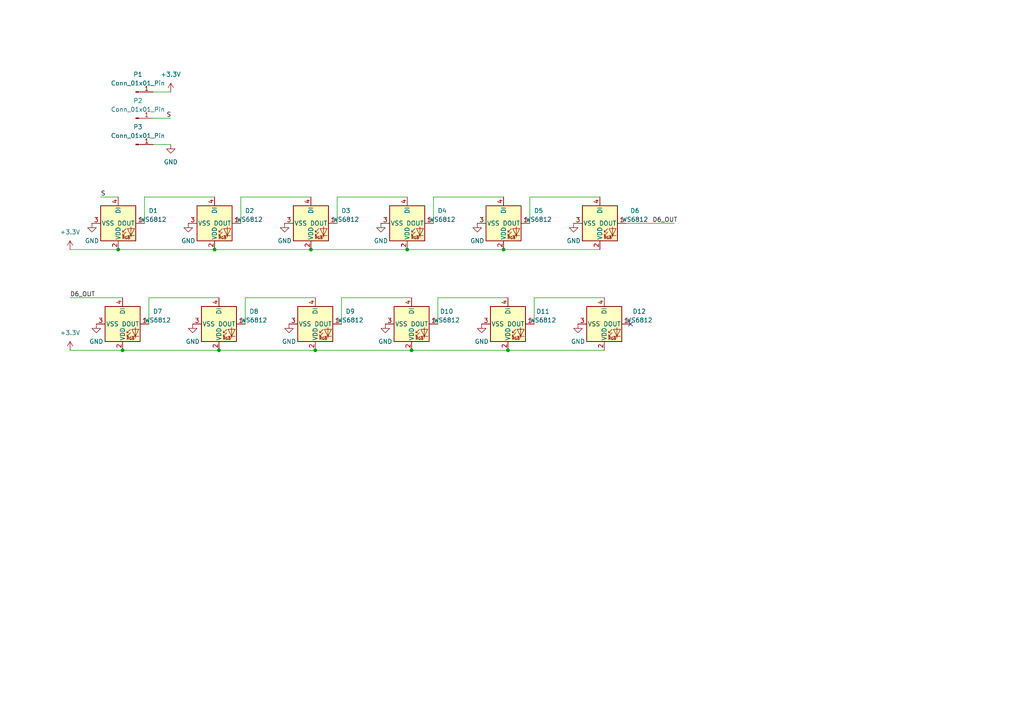
<source format=kicad_sch>
(kicad_sch (version 20230121) (generator eeschema)
  (paper "A4")
  (lib_symbols
    (symbol "Connector:Conn_01x01_Pin" (pin_names (offset 1.016) hide)
      (property "Reference" "J" (at 0 2.54 0))
      (property "Value" "Conn_01x01_Pin" (at 0 -2.54 0))
      (symbol "Conn_01x01_Pin_1_1"
        (polyline (pts (xy 1.27 0) (xy 0.8636 0)) (stroke (width 0.1524)))
        (rectangle (start 0.8636 0.127) (end 0 -0.127) (stroke (width 0.1524)) (fill (type outline)))
        (pin passive line (at 5.08 0 180) (length 3.81) (name "Pin_1") (number "1"))
      )
    )
    (symbol "LED:SK6805" (pin_names (offset 0.254))
      (property "Reference" "D?" (at 10.16 3.6479 0))
      (property "Value" "SK6805" (at 10.16 1.1079 0))
      (symbol "SK6805_0_0"
        (text "RGB" (at 2.286 -4.191 0) (effects (font (size 0.762 0.762))))
      )
      (symbol "SK6805_0_1"
        (polyline (pts (xy 1.27 -3.556) (xy 1.778 -3.556)))
        (polyline (pts (xy 1.27 -2.54) (xy 1.778 -2.54)))
        (polyline (pts (xy 4.699 -3.556) (xy 2.667 -3.556)))
        (polyline (pts (xy 2.286 -2.54) (xy 1.27 -3.556) (xy 1.27 -3.048)))
        (polyline (pts (xy 2.286 -1.524) (xy 1.27 -2.54) (xy 1.27 -2.032)))
        (polyline (pts (xy 3.683 -1.016) (xy 3.683 -3.556) (xy 3.683 -4.064)))
        (polyline (pts (xy 4.699 -1.524) (xy 2.667 -1.524) (xy 3.683 -3.556) (xy 4.699 -1.524)))
        (rectangle (start 5.08 5.08) (end -5.08 -5.08) (stroke (width 0.254)) (fill (type background)))
      )
      (symbol "SK6805_1_1"
        (pin output line (at 7.62 0 180) (length 2.54) (name "DOUT") (number "1"))
        (pin power_in line (at 0 -7.62 90) (length 2.54) (name "VDD") (number "2"))
        (pin power_in line (at -7.62 0 0) (length 2.54) (name "VSS") (number "3"))
        (pin input line (at 0 7.62 270) (length 2.54) (name "DI") (number "4"))
      )
    )
    (symbol "power:+3.3V" (power) (pin_names (offset 0))
      (property "Value" "+3.3V" (at 0 3.556 0))
      (symbol "+3.3V_0_1"
        (polyline (pts (xy -0.762 1.27) (xy 0 2.54)))
        (polyline (pts (xy 0 0) (xy 0 2.54)))
        (polyline (pts (xy 0 2.54) (xy 0.762 1.27)))
      )
      (symbol "+3.3V_1_1"
        (pin power_in line (at 0 0 90) (length 0) hide (name "+3.3V") (number "1"))
      )
    )
    (symbol "power:GND" (power) (pin_names (offset 0))
      (property "Value" "GND" (at 0 -3.81 0))
      (symbol "GND_0_1"
        (polyline (pts (xy 0 0) (xy 0 -1.27) (xy 1.27 -1.27) (xy 0 -2.54) (xy -1.27 -1.27) (xy 0 -1.27)))
      )
      (symbol "GND_1_1"
        (pin power_in line (at 0 0 270) (length 0) hide (name "GND") (number "1"))
      )
    )
  )
  (junction (at 90.17 72.39))
  (junction (at 34.29 72.39))
  (junction (at 146.05 72.39))
  (junction (at 119.38 101.6))
  (junction (at 147.32 101.6))
  (junction (at 63.5 101.6))
  (junction (at 118.11 72.39))
  (junction (at 62.23 72.39))
  (junction (at 35.56 101.6))
  (junction (at 91.44 101.6))
  (no_connect (at 182.88 93.98))
  (wire (pts (xy 69.85 64.77) (xy 69.85 57.15)))
  (wire (pts (xy 127 86.36) (xy 147.32 86.36)))
  (wire (pts (xy 43.18 86.36) (xy 63.5 86.36)))
  (wire (pts (xy 154.94 86.36) (xy 175.26 86.36)))
  (wire (pts (xy 34.29 72.39) (xy 62.23 72.39)))
  (wire (pts (xy 147.32 101.6) (xy 175.26 101.6)))
  (wire (pts (xy 118.11 72.39) (xy 146.05 72.39)))
  (wire (pts (xy 154.94 93.98) (xy 154.94 86.36)))
  (wire (pts (xy 127 93.98) (xy 127 86.36)))
  (wire (pts (xy 181.61 64.77) (xy 195.58 64.77)))
  (wire (pts (xy 69.85 57.15) (xy 90.17 57.15)))
  (wire (pts (xy 99.06 93.98) (xy 99.06 86.36)))
  (wire (pts (xy 62.23 72.39) (xy 90.17 72.39)))
  (wire (pts (xy 49.53 41.91) (xy 44.45 41.91)))
  (wire (pts (xy 20.32 101.6) (xy 35.56 101.6)))
  (wire (pts (xy 97.79 57.15) (xy 118.11 57.15)))
  (wire (pts (xy 153.67 64.77) (xy 153.67 57.15)))
  (wire (pts (xy 35.56 101.6) (xy 63.5 101.6)))
  (wire (pts (xy 125.73 57.15) (xy 146.05 57.15)))
  (wire (pts (xy 97.79 64.77) (xy 97.79 57.15)))
  (wire (pts (xy 63.5 101.6) (xy 91.44 101.6)))
  (wire (pts (xy 91.44 101.6) (xy 119.38 101.6)))
  (wire (pts (xy 49.53 26.67) (xy 44.45 26.67)))
  (wire (pts (xy 90.17 72.39) (xy 118.11 72.39)))
  (wire (pts (xy 119.38 101.6) (xy 147.32 101.6)))
  (wire (pts (xy 71.12 86.36) (xy 91.44 86.36)))
  (wire (pts (xy 20.32 72.39) (xy 34.29 72.39)))
  (wire (pts (xy 99.06 86.36) (xy 119.38 86.36)))
  (wire (pts (xy 20.32 86.36) (xy 35.56 86.36)))
  (wire (pts (xy 41.91 57.15) (xy 62.23 57.15)))
  (wire (pts (xy 44.45 34.29) (xy 49.53 34.29)))
  (wire (pts (xy 125.73 64.77) (xy 125.73 57.15)))
  (wire (pts (xy 153.67 57.15) (xy 173.99 57.15)))
  (wire (pts (xy 41.91 64.77) (xy 41.91 57.15)))
  (wire (pts (xy 146.05 72.39) (xy 173.99 72.39)))
  (wire (pts (xy 29.21 57.15) (xy 34.29 57.15)))
  (wire (pts (xy 71.12 93.98) (xy 71.12 86.36)))
  (wire (pts (xy 43.18 93.98) (xy 43.18 86.36)))
  (label "S" (at 48.26 34.29 0))
  (label "D6_OUT" (at 20.32 86.36 0))
  (label "S" (at 29.21 57.15 0))
  (label "D6_OUT" (at 189.23 64.77 0))
  (symbol (lib_id "power:GND") (at 111.76 93.98 0) (unit 1)
    (property "Reference" "#PWR013" (effects hide))
    (property "Value" "GND" (at 111.76 99.06 0))
  )
  (symbol (lib_id "Connector:Conn_01x01_Pin") (at 39.37 34.29 0) (unit 1)
    (property "Reference" "P2" (at 40.005 29.21 0))
    (property "Value" "Conn_01x01_Pin" (at 40.005 31.75 0))
  )
  (symbol (lib_id "Connector:Conn_01x01_Pin") (at 39.37 26.67 0) (unit 1)
    (property "Reference" "P1" (at 40.005 21.59 0))
    (property "Value" "Conn_01x01_Pin" (at 40.005 24.13 0))
  )
  (symbol (lib_id "LED:SK6805") (at 62.23 64.77 0) (unit 1)
    (property "Reference" "D2" (at 72.39 61.1221 0))
    (property "Value" "WS6812" (at 72.39 63.6621 0))
    (property "Footprint" "LED_SMD:LED_SK6812_EC15_1.5x1.5mm" (effects hide))
    (property "Datasheet" "https://cdn-shop.adafruit.com/product-files/3484/3484_Datasheet.pdf" (effects hide))
    (property "JLCPCB" "C5349953 / C41347988" (effects hide))
  )
  (symbol (lib_id "power:+3.3V") (at 20.32 101.6 0) (unit 1)
    (property "Reference" "#PWR016" (effects hide))
    (property "Value" "+3.3V" (at 20.32 96.52 0))
  )
  (symbol (lib_id "power:GND") (at 110.49 64.77 0) (unit 1)
    (property "Reference" "#PWR05" (effects hide))
    (property "Value" "GND" (at 110.49 69.85 0))
  )
  (symbol (lib_id "LED:SK6805") (at 63.5 93.98 0) (unit 1)
    (property "Reference" "D8" (at 73.66 90.3321 0))
    (property "Value" "WS6812" (at 73.66 92.8721 0))
    (property "Footprint" "LED_SMD:LED_SK6812_EC15_1.5x1.5mm" (effects hide))
    (property "Datasheet" "https://cdn-shop.adafruit.com/product-files/3484/3484_Datasheet.pdf" (effects hide))
    (property "JLCPCB" "C5349953 / C41347988" (effects hide))
  )
  (symbol (lib_id "power:GND") (at 27.94 93.98 0) (unit 1)
    (property "Reference" "#PWR010" (effects hide))
    (property "Value" "GND" (at 27.94 99.06 0))
  )
  (symbol (lib_id "LED:SK6805") (at 35.56 93.98 0) (unit 1)
    (property "Reference" "D7" (at 45.72 90.3321 0))
    (property "Value" "WS6812" (at 45.72 92.8721 0))
    (property "Footprint" "LED_SMD:LED_SK6812_EC15_1.5x1.5mm" (effects hide))
    (property "Datasheet" "https://cdn-shop.adafruit.com/product-files/3484/3484_Datasheet.pdf" (effects hide))
    (property "JLCPCB" "C5349953 / C41347988" (effects hide))
  )
  (symbol (lib_id "power:GND") (at 55.88 93.98 0) (unit 1)
    (property "Reference" "#PWR011" (effects hide))
    (property "Value" "GND" (at 55.88 99.06 0))
  )
  (symbol (lib_id "power:GND") (at 167.64 93.98 0) (unit 1)
    (property "Reference" "#PWR015" (effects hide))
    (property "Value" "GND" (at 167.64 99.06 0))
  )
  (symbol (lib_id "LED:SK6805") (at 90.17 64.77 0) (unit 1)
    (property "Reference" "D3" (at 100.33 61.1221 0))
    (property "Value" "WS6812" (at 100.33 63.6621 0))
    (property "Footprint" "LED_SMD:LED_SK6812_EC15_1.5x1.5mm" (effects hide))
    (property "Datasheet" "https://cdn-shop.adafruit.com/product-files/3484/3484_Datasheet.pdf" (effects hide))
    (property "JLCPCB" "C5349953 / C41347988" (effects hide))
  )
  (symbol (lib_id "power:GND") (at 82.55 64.77 0) (unit 1)
    (property "Reference" "#PWR02" (effects hide))
    (property "Value" "GND" (at 82.55 69.85 0))
  )
  (symbol (lib_id "power:GND") (at 166.37 64.77 0) (unit 1)
    (property "Reference" "#PWR09" (effects hide))
    (property "Value" "GND" (at 166.37 69.85 0))
  )
  (symbol (lib_id "LED:SK6805") (at 175.26 93.98 0) (unit 1)
    (property "Reference" "D12" (at 185.42 90.3321 0))
    (property "Value" "WS6812" (at 185.42 92.8721 0))
    (property "Footprint" "LED_SMD:LED_SK6812_EC15_1.5x1.5mm" (effects hide))
    (property "Datasheet" "https://cdn-shop.adafruit.com/product-files/3484/3484_Datasheet.pdf" (effects hide))
    (property "JLCPCB" "C5349953 / C41347988" (effects hide))
  )
  (symbol (lib_id "Connector:Conn_01x01_Pin") (at 39.37 41.91 0) (unit 1)
    (property "Reference" "P3" (at 40.005 36.83 0))
    (property "Value" "Conn_01x01_Pin" (at 40.005 39.37 0))
  )
  (symbol (lib_id "power:GND") (at 138.43 64.77 0) (unit 1)
    (property "Reference" "#PWR08" (effects hide))
    (property "Value" "GND" (at 138.43 69.85 0))
  )
  (symbol (lib_id "LED:SK6805") (at 91.44 93.98 0) (unit 1)
    (property "Reference" "D9" (at 101.6 90.3321 0))
    (property "Value" "WS6812" (at 101.6 92.8721 0))
    (property "Footprint" "LED_SMD:LED_SK6812_EC15_1.5x1.5mm" (effects hide))
    (property "Datasheet" "https://cdn-shop.adafruit.com/product-files/3484/3484_Datasheet.pdf" (effects hide))
    (property "JLCPCB" "C5349953 / C41347988" (effects hide))
  )
  (symbol (lib_id "power:GND") (at 139.7 93.98 0) (unit 1)
    (property "Reference" "#PWR014" (effects hide))
    (property "Value" "GND" (at 139.7 99.06 0))
  )
  (symbol (lib_id "power:+3.3V") (at 20.32 72.39 0) (unit 1)
    (property "Reference" "#PWR01" (effects hide))
    (property "Value" "+3.3V" (at 20.32 67.31 0))
  )
  (symbol (lib_id "power:GND") (at 49.53 41.91 0) (unit 1)
    (property "Reference" "#PWR018" (effects hide))
    (property "Value" "GND" (at 49.53 46.99 0))
  )
  (symbol (lib_id "LED:SK6805") (at 146.05 64.77 0) (unit 1)
    (property "Reference" "D5" (at 156.21 61.1221 0))
    (property "Value" "WS6812" (at 156.21 63.6621 0))
    (property "Footprint" "LED_SMD:LED_SK6812_EC15_1.5x1.5mm" (effects hide))
    (property "Datasheet" "https://cdn-shop.adafruit.com/product-files/3484/3484_Datasheet.pdf" (effects hide))
    (property "JLCPCB" "C5349953 / C41347988" (effects hide))
  )
  (symbol (lib_id "LED:SK6805") (at 173.99 64.77 0) (unit 1)
    (property "Reference" "D6" (at 184.15 61.1221 0))
    (property "Value" "WS6812" (at 184.15 63.6621 0))
    (property "Footprint" "LED_SMD:LED_SK6812_EC15_1.5x1.5mm" (effects hide))
    (property "Datasheet" "https://cdn-shop.adafruit.com/product-files/3484/3484_Datasheet.pdf" (effects hide))
    (property "JLCPCB" "C5349953 / C41347988" (effects hide))
  )
  (symbol (lib_id "power:+3.3V") (at 49.53 26.67 0) (unit 1)
    (property "Reference" "#PWR017" (effects hide))
    (property "Value" "+3.3V" (at 49.53 21.59 0))
  )
  (symbol (lib_id "LED:SK6805") (at 34.29 64.77 0) (unit 1)
    (property "Reference" "D1" (at 44.45 61.1221 0))
    (property "Value" "WS6812" (at 44.45 63.6621 0))
    (property "Footprint" "LED_SMD:LED_SK6812_EC15_1.5x1.5mm" (effects hide))
    (property "Datasheet" "https://cdn-shop.adafruit.com/product-files/3484/3484_Datasheet.pdf" (effects hide))
    (property "JLCPCB" "C5349953 / C41347988" (effects hide))
  )
  (symbol (lib_id "LED:SK6805") (at 119.38 93.98 0) (unit 1)
    (property "Reference" "D10" (at 129.54 90.3321 0))
    (property "Value" "WS6812" (at 129.54 92.8721 0))
    (property "Footprint" "LED_SMD:LED_SK6812_EC15_1.5x1.5mm" (effects hide))
    (property "Datasheet" "https://cdn-shop.adafruit.com/product-files/3484/3484_Datasheet.pdf" (effects hide))
    (property "JLCPCB" "C5349953 / C41347988" (effects hide))
  )
  (symbol (lib_id "power:GND") (at 83.82 93.98 0) (unit 1)
    (property "Reference" "#PWR012" (effects hide))
    (property "Value" "GND" (at 83.82 99.06 0))
  )
  (symbol (lib_id "power:GND") (at 54.61 64.77 0) (unit 1)
    (property "Reference" "#PWR03" (effects hide))
    (property "Value" "GND" (at 54.61 69.85 0))
  )
  (symbol (lib_id "LED:SK6805") (at 118.11 64.77 0) (unit 1)
    (property "Reference" "D4" (at 128.27 61.1221 0))
    (property "Value" "WS6812" (at 128.27 63.6621 0))
    (property "Footprint" "LED_SMD:LED_SK6812_EC15_1.5x1.5mm" (effects hide))
    (property "Datasheet" "https://cdn-shop.adafruit.com/product-files/3484/3484_Datasheet.pdf" (effects hide))
    (property "JLCPCB" "C5349953 / C41347988" (effects hide))
  )
  (symbol (lib_id "LED:SK6805") (at 147.32 93.98 0) (unit 1)
    (property "Reference" "D11" (at 157.48 90.3321 0))
    (property "Value" "WS6812" (at 157.48 92.8721 0))
    (property "Footprint" "LED_SMD:LED_SK6812_EC15_1.5x1.5mm" (effects hide))
    (property "Datasheet" "https://cdn-shop.adafruit.com/product-files/3484/3484_Datasheet.pdf" (effects hide))
    (property "JLCPCB" "C5349953 / C41347988" (effects hide))
  )
  (symbol (lib_id "power:GND") (at 26.67 64.77 0) (unit 1)
    (property "Reference" "#PWR04" (effects hide))
    (property "Value" "GND" (at 26.67 69.85 0))
  )
)
</source>
